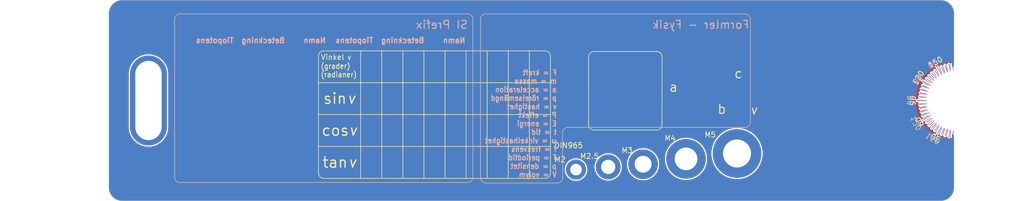
<source format=kicad_pcb>
(kicad_pcb (version 20221018) (generator pcbnew)
  (layers (0 "F.Cu" signal) (31 "B.Cu" signal) (34 "B.Paste" user) (35 "F.Paste" user) (36 "B.SilkS" user "B.Silkscreen") (37 "F.SilkS" user "F.Silkscreen") (38 "B.Mask" user) (39 "F.Mask" user) (44 "Edge.Cuts" user))
  (net 0 "")
  (footprint "zig:robot" (layer "F.Cu") (at 230.894055 110.58469)
    (fp_text reference "G***" hide)
    (fp_text value "LOGO" hide)
  )
  (footprint "prints:Degree_Scale" (layer "F.Cu") (at 260 119 180)
    (fp_text reference "REF**" hide)
    (fp_text value "Degree_Scale" hide)
    (fp_text user "150" (at 4 7.225 30 unlocked) (layer "F.SilkS"))
    (fp_text user "30" (at 4 -7.025 150 unlocked) (layer "F.SilkS"))
    (fp_text user "90" (at 8.25 -0.025 90 unlocked) (layer "F.SilkS"))
    (fp_text user "60" (at 7 -4.025 120 unlocked) (layer "F.SilkS"))
    (fp_text user "120" (at 7.2 4.3 60 unlocked) (layer "F.SilkS"))
    (fp_line (start 0.6 -5.8) (end 0.736484 -7.013707) (stroke (width 0.1)) (layer "F.Cu"))
    (fp_line (start 0.6 5.8) (end 0.736484 7.000043) (stroke (width 0.1)) (layer "F.Cu"))
    (fp_line (start 1.181312 -5.564473) (end 1.464823 -6.898316) (stroke (width 0.1)) (layer "F.Cu"))
    (fp_line (start 1.181312 5.550826) (end 1.464823 6.884663) (stroke (width 0.1)) (layer "F.Cu"))
    (fp_line (start 1.755773 -5.410595) (end 2.177188 -6.707428) (stroke (width 0.1)) (layer "F.Cu"))
    (fp_line (start 1.755773 5.39691) (end 2.177188 6.693788) (stroke (width 0.1)) (layer "F.Cu"))
    (fp_line (start 2.311054 -5.197448) (end 2.86563 -6.443161) (stroke (width 0.1)) (layer "F.Cu"))
    (fp_line (start 2.311054 5.183784) (end 2.86563 6.429527) (stroke (width 0.1)) (layer "F.Cu"))
    (fp_line (start 2.840935 -4.927409) (end 3.750027 -6.502043) (stroke (width 0.1)) (layer "F.Cu"))
    (fp_line (start 2.840935 4.913783) (end 3.750027 6.488359) (stroke (width 0.1)) (layer "F.Cu"))
    (fp_line (start 3.339708 -4.603554) (end 4.141232 -5.70674) (stroke (width 0.1)) (layer "F.Cu"))
    (fp_line (start 3.339708 4.589863) (end 4.141232 5.693069) (stroke (width 0.1)) (layer "F.Cu"))
    (fp_line (start 3.801919 -4.229282) (end 4.714345 -5.242605) (stroke (width 0.1)) (layer "F.Cu"))
    (fp_line (start 3.801919 4.215585) (end 4.714345 5.228959) (stroke (width 0.1)) (layer "F.Cu"))
    (fp_line (start 4.222436 -3.8087) (end 5.235824 -4.721191) (stroke (width 0.1)) (layer "F.Cu"))
    (fp_line (start 4.222436 3.795047) (end 5.235824 4.7075) (stroke (width 0.1)) (layer "F.Cu"))
    (fp_line (start 4.596708 -3.346489) (end 5.699901 -4.148077) (stroke (width 0.1)) (layer "F.Cu"))
    (fp_line (start 4.596708 3.332875) (end 5.699901 4.134381) (stroke (width 0.1)) (layer "F.Cu"))
    (fp_line (start 4.920621 -2.847717) (end 6.495224 -3.756809) (stroke (width 0.1)) (layer "F.Cu"))
    (fp_line (start 4.920621 2.83409) (end 6.495224 3.743182) (stroke (width 0.1)) (layer "F.Cu"))
    (fp_line (start 5.190623 -2.317835) (end 6.436366 -2.872476) (stroke (width 0.1)) (layer "F.Cu"))
    (fp_line (start 5.190623 2.30419) (end 6.436366 2.858817) (stroke (width 0.1)) (layer "F.Cu"))
    (fp_line (start 5.403749 -1.762618) (end 6.700652 -2.183969) (stroke (width 0.1)) (layer "F.Cu"))
    (fp_line (start 5.403749 1.748953) (end 6.700652 2.170344) (stroke (width 0.1)) (layer "F.Cu"))
    (fp_line (start 5.557691 -1.188158) (end 6.891528 -1.471667) (stroke (width 0.1)) (layer "F.Cu"))
    (fp_line (start 5.557691 1.174467) (end 6.891528 1.457977) (stroke (width 0.1)) (layer "F.Cu"))
    (fp_line (start 5.650717 -0.600741) (end 7.006882 -0.743265) (stroke (width 0.1)) (layer "F.Cu"))
    (fp_line (start 5.650717 0.58705) (end 7.006882 0.729639) (stroke (width 0.1)) (layer "F.Cu"))
    (fp_line (start 5.681839 -0.006846) (end 7.500028 -0.006846) (stroke (width 0.1)) (layer "F.Cu"))
  )
  (footprint "Custom:OvalDrillPad_test" (layer "F.Cu") (at 106.92381 118.5)
    (fp_text reference "REF**")
    (fp_text value "OvalDrillPad_test")
    (pad "1" thru_hole oval (at 0.1 0.5) (size 7 17) (drill oval 5 15) (layers "*.Cu" "*.Mask"))
  )
  (footprint "MountingHole:MountingHole_2.2mm_M2_DIN965_Pad" (layer "F.Cu") (at 187.96 132.08)
    (fp_text reference "REF**")
    (fp_text value "MountingHole_2.2mm_M2_DIN965_Pad")
    (pad "1" thru_hole circle (at 0 0) (size 3.8 3.8) (drill 2.2) (layers "*.Cu" "*.Mask"))
  )
  (footprint "MountingHole:MountingHole_3.2mm_M3_DIN965_Pad" (layer "F.Cu") (at 200.66 131.064)
    (fp_text reference "REF**")
    (fp_text value "MountingHole_3.2mm_M3_DIN965_Pad")
    (pad "1" thru_hole circle (at 0 0) (size 5.6 5.6) (drill 3.2) (layers "*.Cu" "*.Mask"))
  )
  (footprint "MountingHole:MountingHole_4.3mm_M4_DIN965_Pad" (layer "F.Cu") (at 208.788 130.048)
    (fp_text reference "REF**")
    (fp_text value "MountingHole_4.3mm_M4_DIN965_Pad")
    (pad "1" thru_hole circle (at 0 0) (size 7.5 7.5) (drill 4.3) (layers "*.Cu" "*.Mask"))
  )
  (footprint "zig:pluggazse" (layer "F.Cu") (at 114.39722 110.92922)
    (fp_text reference "G***" hide)
    (fp_text value "LOGO" hide)
  )
  (footprint "MountingHole:MountingHole_2.7mm_M2.5_DIN965_Pad" (layer "F.Cu") (at 194.056 131.572)
    (fp_text reference "REF**")
    (fp_text value "MountingHole_2.7mm_M2.5_DIN965_Pad")
    (pad "1" thru_hole circle (at 0 0) (size 4.7 4.7) (drill 2.7) (layers "*.Cu" "*.Mask"))
  )
  (footprint "MountingHole:MountingHole_5.3mm_M5_DIN965_Pad" (layer "F.Cu") (at 218.44 129.032)
    (fp_text reference "REF**")
    (fp_text value "MountingHole_5.3mm_M5_DIN965_Pad")
    (pad "1" thru_hole circle (at 0 0) (size 9.2 9.2) (drill 5.3) (layers "*.Cu" "*.Mask"))
  )
  (footprint "zig:chalmerslogo" (layer "B.Cu") (at 257.523236 102.745737 180)
    (fp_text reference "" hide)
    (fp_text value "LOGO")
  )
  (footprint "prints:Degree_Scale" (layer "B.Cu") (at 259.52381 119 180)
    (fp_text reference "REF**" hide)
    (fp_text value "Degree_Scale" hide)
    (fp_text user "120" (at 7.2 -4.3 120 unlocked) (layer "B.SilkS") (effects (justify mirror)))
    (fp_text user "90" (at 8.25 0.025 90) (layer "B.SilkS") (effects (justify mirror)))
    (fp_text user "150" (at 4 -7.225 150 unlocked) (layer "B.SilkS") (effects (justify mirror)))
    (fp_text user "60" (at 7 4.025 60) (layer "B.SilkS") (effects (justify mirror)))
    (fp_text user "30" (at 4 7.025 30) (layer "B.SilkS") (effects (justify mirror)))
    (fp_line (start 0.6 -5.8) (end 0.736484 -7.000043) (stroke (width 0.1)) (layer "B.Cu"))
    (fp_line (start 0.6 5.9) (end 0.736484 7.013707) (stroke (width 0.1)) (layer "B.Cu"))
    (fp_line (start 1.181312 -5.550826) (end 1.464823 -6.884663) (stroke (width 0.1)) (layer "B.Cu"))
    (fp_line (start 1.181312 5.564473) (end 1.464823 6.898316) (stroke (width 0.1)) (layer "B.Cu"))
    (fp_line (start 1.755773 -5.39691) (end 2.177188 -6.693788) (stroke (width 0.1)) (layer "B.Cu"))
    (fp_line (start 1.755773 5.410595) (end 2.177188 6.707428) (stroke (width 0.1)) (layer "B.Cu"))
    (fp_line (start 2.311054 -5.183784) (end 2.86563 -6.429527) (stroke (width 0.1)) (layer "B.Cu"))
    (fp_line (start 2.311054 5.197448) (end 2.86563 6.443161) (stroke (width 0.1)) (layer "B.Cu"))
    (fp_line (start 2.840935 -4.913783) (end 3.750027 -6.488359) (stroke (width 0.1)) (layer "B.Cu"))
    (fp_line (start 2.840935 4.927409) (end 3.750027 6.502043) (stroke (width 0.1)) (layer "B.Cu"))
    (fp_line (start 3.339708 -4.589863) (end 4.141232 -5.693069) (stroke (width 0.1)) (layer "B.Cu"))
    (fp_line (start 3.339708 4.603554) (end 4.141232 5.70674) (stroke (width 0.1)) (layer "B.Cu"))
    (fp_line (start 3.801919 -4.215585) (end 4.714345 -5.228959) (stroke (width 0.1)) (layer "B.Cu"))
    (fp_line (start 3.801919 4.229282) (end 4.714345 5.242605) (stroke (width 0.1)) (layer "B.Cu"))
    (fp_line (start 4.222436 -3.795047) (end 5.235824 -4.7075) (stroke (width 0.1)) (layer "B.Cu"))
    (fp_line (start 4.222436 3.8087) (end 5.235824 4.721191) (stroke (width 0.1)) (layer "B.Cu"))
    (fp_line (start 4.596708 -3.332875) (end 5.699901 -4.134381) (stroke (width 0.1)) (layer "B.Cu"))
    (fp_line (start 4.596708 3.346489) (end 5.699901 4.148077) (stroke (width 0.1)) (layer "B.Cu"))
    (fp_line (start 4.920621 -2.83409) (end 6.495224 -3.743182) (stroke (width 0.1)) (layer "B.Cu"))
    (fp_line (start 4.920621 2.847717) (end 6.495224 3.756809) (stroke (width 0.1)) (layer "B.Cu"))
    (fp_line (start 5.190623 -2.30419) (end 6.436366 -2.858817) (stroke (width 0.1)) (layer "B.Cu"))
    (fp_line (start 5.190623 2.317835) (end 6.436366 2.872476) (stroke (width 0.1)) (layer "B.Cu"))
    (fp_line (start 5.403749 -1.748953) (end 6.700652 -2.170344) (stroke (width 0.1)) (layer "B.Cu"))
    (fp_line (start 5.403749 1.762618) (end 6.700652 2.183969) (stroke (width 0.1)) (layer "B.Cu"))
    (fp_line (start 5.557691 -1.174467) (end 6.891528 -1.457977) (stroke (width 0.1)) (layer "B.Cu"))
    (fp_line (start 5.557691 1.188158) (end 6.891528 1.471667) (stroke (width 0.1)) (layer "B.Cu"))
    (fp_line (start 5.650717 -0.58705) (end 7.006882 -0.729639) (stroke (width 0.1)) (layer "B.Cu"))
    (fp_line (start 5.650717 0.600741) (end 7.006882 0.743265) (stroke (width 0.1)) (layer "B.Cu"))
    (fp_line (start 5.681839 0.006846) (end 7.500028 0.006846) (stroke (width 0.1)) (layer "B.Cu"))
  )
  (footprint "zig:ohms_law" (layer "B.Cu") (at 248.971156 118.312815 180)
    (fp_text reference "REF**" hide)
    (fp_text value "ohms_law")
  )
  (footprint "zig:fysikformler" (layer "B.Cu") (at 199.499568 121.298503 180)
    (fp_text reference "REF**" hide)
    (fp_text value "fysikformler")
  )
  (gr_arc (start 111.975107 103.616) (mid 112.268 102.908893) (end 112.975107 102.616) (stroke (width 0.12)) (layer "B.SilkS"))
  (gr_line (start 167.44381 134.516) (end 112.975107 134.516) (stroke (width 0.12)) (layer "B.SilkS"))
  (gr_line (start 111.975107 133.516) (end 111.975107 103.616) (stroke (width 0.12)) (layer "B.SilkS"))
  (gr_line (start 112.975107 102.616) (end 167.44381 102.616) (stroke (width 0.12)) (layer "B.SilkS"))
  (gr_line (start 168.44381 103.616) (end 168.44381 133.516) (stroke (width 0.12)) (layer "B.SilkS"))
  (gr_arc (start 169.869648 103.616) (mid 170.162543 102.908895) (end 170.869648 102.616) (stroke (width 0.12)) (layer "B.SilkS"))
  (gr_line (start 169.885648 133.62) (end 169.869648 103.616) (stroke (width 0.12)) (layer "B.SilkS"))
  (gr_line (start 184.420451 134.62) (end 170.885648 134.62) (stroke (width 0.12)) (layer "B.SilkS"))
  (gr_line (start 170.869648 102.616) (end 219.964 102.616) (stroke (width 0.12)) (layer "B.SilkS"))
  (gr_line (start 185.420451 133.62) (end 185.419548 125.079) (stroke (width 0.12)) (layer "B.SilkS"))
  (gr_arc (start 219.964 102.616) (mid 220.671074 102.908911) (end 220.964 103.616) (stroke (width 0.12)) (layer "B.SilkS"))
  (gr_line (start 219.972 124.079) (end 186.419548 124.079) (stroke (width 0.12)) (layer "B.SilkS"))
  (gr_arc (start 185.419548 125.079) (mid 185.712443 124.371895) (end 186.419548 124.079) (stroke (width 0.12)) (layer "B.SilkS"))
  (gr_line (start 220.964 103.616) (end 220.972 123.079) (stroke (width 0.12)) (layer "B.SilkS"))
  (gr_arc (start 185.420451 133.62) (mid 185.127548 134.327097) (end 184.420451 134.62) (stroke (width 0.12)) (layer "B.SilkS"))
  (gr_arc (start 220.972 123.079) (mid 220.679104 123.786089) (end 219.972 124.079) (stroke (width 0.12)) (layer "B.SilkS"))
  (gr_arc (start 167.44381 102.616) (mid 168.150917 102.908893) (end 168.44381 103.616) (stroke (width 0.12)) (layer "B.SilkS"))
  (gr_arc (start 170.885648 134.62) (mid 170.178538 134.32711) (end 169.885648 133.62) (stroke (width 0.12)) (layer "B.SilkS"))
  (gr_arc (start 168.44381 133.516) (mid 168.150917 134.223107) (end 167.44381 134.516) (stroke (width 0.12)) (layer "B.SilkS"))
  (gr_arc (start 112.975107 134.516) (mid 112.268 134.223107) (end 111.975107 133.516) (stroke (width 0.12)) (layer "B.SilkS"))
  (gr_arc (start 182.116532 109.601) (mid 182.823637 109.893895) (end 183.116532 110.601) (stroke (width 0.12)) (layer "F.SilkS"))
  (gr_arc (start 139.208 110.601) (mid 139.50089 109.893875) (end 140.208 109.601) (stroke (width 0.12)) (layer "F.SilkS"))
  (gr_line (start 179.124977 109.601) (end 179.124977 133.731) (stroke (width 0.12)) (layer "F.SilkS"))
  (gr_line (start 140.208 109.601) (end 182.116532 109.601) (stroke (width 0.12)) (layer "F.SilkS"))
  (gr_arc (start 203.254895 109.728) (mid 203.962 110.020895) (end 204.254895 110.728) (stroke (width 0.12)) (layer "F.SilkS"))
  (gr_line (start 139.192 115.6335) (end 183.134 115.6335) (stroke (width 0.12)) (layer "F.SilkS"))
  (gr_arc (start 204.23889 123.587) (mid 203.946 124.29411) (end 203.23889 124.587) (stroke (width 0.12)) (layer "F.SilkS"))
  (gr_line (start 204.254895 110.728) (end 204.23889 123.587) (stroke (width 0.12)) (layer "F.SilkS"))
  (gr_arc (start 191.339597 124.587) (mid 190.632466 124.294131) (end 190.339597 123.587) (stroke (width 0.12)) (layer "F.SilkS"))
  (gr_line (start 171.141873 109.601) (end 171.141873 133.731) (stroke (width 0.12)) (layer "F.SilkS"))
  (gr_line (start 163.158769 109.601) (end 163.158769 133.731) (stroke (width 0.12)) (layer "F.SilkS"))
  (gr_line (start 175.133425 109.601) (end 175.133425 133.731) (stroke (width 0.12)) (layer "F.SilkS"))
  (gr_line (start 203.23889 124.587) (end 191.339597 124.587) (stroke (width 0.12)) (layer "F.SilkS"))
  (gr_line (start 190.339597 123.587) (end 190.355602 110.728) (stroke (width 0.12)) (layer "F.SilkS"))
  (gr_line (start 155.175665 109.601) (end 155.175665 133.731) (stroke (width 0.12)) (layer "F.SilkS"))
  (gr_arc (start 183.117989 132.731) (mid 182.825099 133.43811) (end 182.117989 133.731) (stroke (width 0.12)) (layer "F.SilkS"))
  (gr_line (start 167.150321 109.601) (end 167.150321 133.731) (stroke (width 0.12)) (layer "F.SilkS"))
  (gr_line (start 182.117989 133.731) (end 140.209457 133.731) (stroke (width 0.12)) (layer "F.SilkS"))
  (gr_line (start 139.192 121.666) (end 183.134 121.666) (stroke (width 0.12)) (layer "F.SilkS"))
  (gr_line (start 139.192 127.6985) (end 183.134 127.6985) (stroke (width 0.12)) (layer "F.SilkS"))
  (gr_arc (start 190.355602 110.728) (mid 190.648484 110.020882) (end 191.355602 109.728) (stroke (width 0.12)) (layer "F.SilkS"))
  (gr_line (start 183.116531 110.601) (end 183.117988 132.731) (stroke (width 0.12)) (layer "F.SilkS"))
  (gr_line (start 159.167217 109.601) (end 159.167217 133.731) (stroke (width 0.12)) (layer "F.SilkS"))
  (gr_line (start 147.192561 109.601) (end 147.192561 133.731) (stroke (width 0.12)) (layer "F.SilkS"))
  (gr_arc (start 140.209457 133.731) (mid 139.502319 133.438124) (end 139.209457 132.731) (stroke (width 0.12)) (layer "F.SilkS"))
  (gr_line (start 191.355602 109.728) (end 203.254895 109.728) (stroke (width 0.12)) (layer "F.SilkS"))
  (gr_line (start 151.184113 109.601) (end 151.184113 133.731) (stroke (width 0.12)) (layer "F.SilkS"))
  (gr_line (start 139.209457 132.731) (end 139.208 110.601) (stroke (width 0.12)) (layer "F.SilkS"))
  (gr_arc (start 254.02381 119) (mid 255.247196 115.541594) (end 258.373108 113.621721) (stroke (width 0.05)) (layer "Edge.Cuts"))
  (gr_arc (start 258.374121 124.378527) (mid 259.217473 124.967829) (end 259.52381 125.95) (stroke (width 0.05)) (layer "Edge.Cuts"))
  (gr_line (start 99.52381 102.5) (end 99.52381 135.5) (stroke (width 0.05)) (layer "Edge.Cuts"))
  (gr_line (start 102.02381 138) (end 257.02381 138) (stroke (width 0.05)) (layer "Edge.Cuts"))
  (gr_line (start 259.52381 135.5) (end 259.52381 125.95) (stroke (width 0.05)) (layer "Edge.Cuts"))
  (gr_line (start 259.522614 112.100035) (end 259.52381 102.5) (stroke (width 0.05)) (layer "Edge.Cuts"))
  (gr_line (start 257.02381 100) (end 102.02381 100) (stroke (width 0.05)) (layer "Edge.Cuts"))
  (gr_arc (start 102.02381 138) (mid 100.256043 137.267767) (end 99.52381 135.5) (stroke (width 0.05)) (layer "Edge.Cuts"))
  (gr_arc (start 99.52381 102.5) (mid 100.256043 100.732233) (end 102.02381 100) (stroke (width 0.05)) (layer "Edge.Cuts"))
  (gr_arc (start 258.374131 124.378498) (mid 255.247524 122.458812) (end 254.02381 119) (stroke (width 0.05)) (layer "Edge.Cuts"))
  (gr_arc (start 259.52381 135.5) (mid 258.791577 137.267767) (end 257.02381 138) (stroke (width 0.05)) (layer "Edge.Cuts"))
  (gr_arc (start 257.02381 100) (mid 258.791577 100.732233) (end 259.52381 102.5) (stroke (width 0.05)) (layer "Edge.Cuts"))
  (gr_arc (start 259.522614 112.100035) (mid 259.215471 113.063045) (end 258.373108 113.621721) (stroke (width 0.05)) (layer "Edge.Cuts"))
  (gr_text "Formler - Fysik" (at 211.582 104.648) (layer "B.SilkS") (effects (font (size 1.5 1.5) (thickness 0.2)) (justify mirror)))
  (gr_text "Namn	Beteckning  Tiopotens" (at 140.716 108.204) (layer "B.SilkS") (effects (font (size 1 1) (thickness 0.225)) (justify left bottom mirror)))
  (gr_text "Namn	Beteckning  Tiopotens" (at 167.132 108.204) (layer "B.SilkS") (effects (font (size 1 1) (thickness 0.225)) (justify left bottom mirror)))
  (gr_text "SI Prefix" (at 162.56 104.648) (layer "B.SilkS") (effects (font (size 1.5 1.5) (thickness 0.2)) (justify mirror)))
  (gr_text "F = kraft\nm = massa\na = acceleration\np = rörelsemängd\nv = hastighet\nP = effekt\nE = energi\nt = tid\nω = vinkelhastighet\nf = frekvens\nT = periodtid\nρ = densitet\nV = volym" (at 184.412903 133.62) (layer "B.SilkS") (effects (font (size 1 0.9) (thickness 0.2)) (justify left bottom mirror)))
  (gr_text "M4" (at 205.76419 126.148) (layer "F.SilkS") (effects (font (size 1 1))))
  (gr_text "DIN965" (at 186.563 127.508) (layer "F.SilkS") (effects (font (size 1 1))))
  (gr_text "M3" (at 197.63619 128.464) (layer "F.SilkS") (effects (font (size 1 1))))
  (gr_text "M2" (at 184.93619 130.18) (layer "F.SilkS") (effects (font (size 1 1))))
  (gr_text "b" (at 214.63 121.666) (layer "F.SilkS") (effects (font (size 1.75 1.75) (thickness 0.2)) (justify left bottom)))
  (gr_text "v" (at 144.550104 119.761) (layer "F.SilkS") (effects (font (size 2 2) (thickness 0.25) italic) (justify left bottom)))
  (gr_text "v" (at 220.853 121.793) (layer "F.SilkS") (effects (font (size 1.75 1.75) (thickness 0.2) italic) (justify left bottom)))
  (gr_text "M5" (at 213.36 125.476) (layer "F.SilkS") (effects (font (size 1 1))))
  (gr_text "Vinkel" (at 139.573 111.379) (layer "F.SilkS") (effects (font (size 1 1)) (justify left bottom)))
  (gr_text "a" (at 205.486 117.475) (layer "F.SilkS") (effects (font (size 1.75 1.75) (thickness 0.2)) (justify left bottom)))
  (gr_text "v" (at 144.526 111.379) (layer "F.SilkS") (effects (font (size 1 1) (thickness 0.15) italic) (justify left bottom)))
  (gr_text "v" (at 144.867604 125.801) (layer "F.SilkS") (effects (font (size 2 2) (thickness 0.25) italic) (justify left bottom)))
  (gr_text "sin" (at 139.978104 119.791) (layer "F.SilkS") (effects (font (size 2 2) (thickness 0.25)) (justify left bottom)))
  (gr_text "c" (at 217.805 114.935) (layer "F.SilkS") (effects (font (size 1.75 1.75) (thickness 0.2)) (justify left bottom)))
  (gr_text "(grader)\n(radianer)" (at 139.573 114.681) (layer "F.SilkS") (effects (font (size 1 0.9)) (justify left bottom)))
  (gr_text "v" (at 144.740604 131.841) (layer "F.SilkS") (effects (font (size 2 2) (thickness 0.25) italic) (justify left bottom)))
  (gr_text "tan\n" (at 139.787604 131.871) (layer "F.SilkS") (effects (font (size 2 2) (thickness 0.25)) (justify left bottom)))
  (gr_text "M2.5" (at 190.5 129.54) (layer "F.SilkS") (effects (font (size 1 1))))
  (gr_text "cos" (at 139.660604 125.831) (layer "F.SilkS") (effects (font (size 2 2) (thickness 0.25)) (justify left bottom)))
  (zone (net 0) (net_name "") (layer "F.Cu") (connect_pads (clearance 0.25)) (min_thickness 0.254) (fill yes (thermal_gap 0.508) (thermal_bridge_width 0.508))
    (polygon (pts (xy 259.568 138) (xy 99.568 138) (xy 99.568 100) (xy 259.568 100)))
  )
  (zone (net 0) (net_name "") (layer "B.Cu") (connect_pads (clearance 0.25)) (min_thickness 0.254) (fill yes (thermal_gap 0.508) (thermal_bridge_width 0.508))
    (polygon (pts (xy 259.52381 138) (xy 99.52381 138) (xy 99.52381 100) (xy 259.52381 100)))
  )
)
</source>
